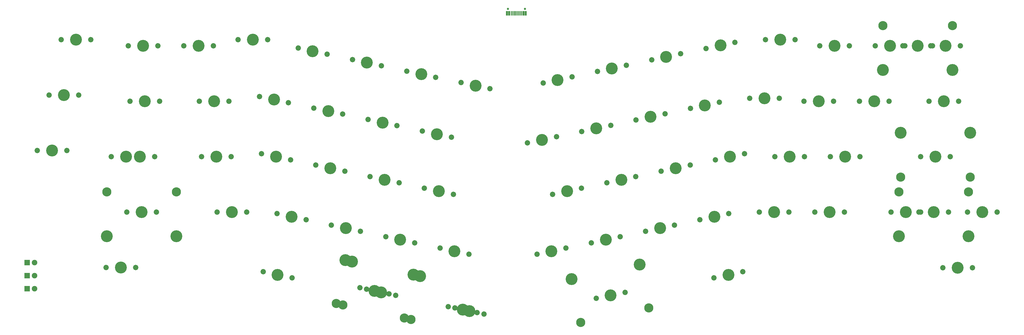
<source format=gbr>
G04 #@! TF.GenerationSoftware,KiCad,Pcbnew,(5.1.4)-1*
G04 #@! TF.CreationDate,2020-08-25T23:17:58+08:00*
G04 #@! TF.ProjectId,Cordillera,436f7264-696c-46c6-9572-612e6b696361,rev?*
G04 #@! TF.SameCoordinates,Original*
G04 #@! TF.FileFunction,Soldermask,Top*
G04 #@! TF.FilePolarity,Negative*
%FSLAX46Y46*%
G04 Gerber Fmt 4.6, Leading zero omitted, Abs format (unit mm)*
G04 Created by KiCad (PCBNEW (5.1.4)-1) date 2020-08-25 23:17:58*
%MOMM*%
%LPD*%
G04 APERTURE LIST*
%ADD10C,1.900000*%
%ADD11R,1.900000X1.900000*%
%ADD12C,1.850000*%
%ADD13C,4.087800*%
%ADD14C,3.148000*%
%ADD15R,0.700000X1.550000*%
%ADD16R,0.400000X1.550000*%
%ADD17C,0.750000*%
G04 APERTURE END LIST*
D10*
X-6010003Y-76620000D03*
D11*
X-8550003Y-76620000D03*
D12*
X215738990Y-4883809D03*
X205801010Y-6996191D03*
D13*
X210770000Y-5940000D03*
D12*
X60740000Y-21190000D03*
X50580000Y-21190000D03*
D13*
X55660000Y-21190000D03*
D12*
X311710000Y-2140000D03*
X301550000Y-2140000D03*
D13*
X306630000Y-2140000D03*
D12*
X94408990Y-5016191D03*
X84471010Y-2903809D03*
D13*
X89440000Y-3960000D03*
D10*
X-6010006Y-85620000D03*
D11*
X-8550006Y-85620000D03*
D10*
X-6010005Y-81120000D03*
D11*
X-8550005Y-81120000D03*
D12*
X311120000Y-21190000D03*
X300960000Y-21190000D03*
D13*
X306040000Y-21190000D03*
D12*
X315880000Y-78390000D03*
X305720000Y-78390000D03*
D13*
X310800000Y-78390000D03*
D12*
X237078990Y-79783809D03*
X227141010Y-81896191D03*
D13*
X232110000Y-80840000D03*
X126323437Y-81267441D03*
X102969185Y-76303342D03*
D14*
X123154863Y-96174411D03*
X99800611Y-91210311D03*
D12*
X117898990Y-87916191D03*
X107961010Y-85803809D03*
D13*
X112930000Y-86860000D03*
X124033437Y-80777441D03*
X100679185Y-75813342D03*
D14*
X120864863Y-95684411D03*
X97510611Y-90720311D03*
D12*
X115608990Y-87426191D03*
X105671010Y-85313809D03*
D13*
X110640000Y-86370000D03*
D12*
X145908990Y-93866191D03*
X135971010Y-91753809D03*
D13*
X140940000Y-92810000D03*
X201660815Y-77343342D03*
X178306563Y-82307441D03*
D14*
X204829389Y-92250311D03*
X181475137Y-97214411D03*
D12*
X196668990Y-86843809D03*
X186731010Y-88956191D03*
D13*
X191700000Y-87900000D03*
D12*
X82368990Y-81896191D03*
X72431010Y-79783809D03*
D13*
X77400000Y-80840000D03*
D12*
X298130000Y-59290000D03*
X287970000Y-59290000D03*
D13*
X293050000Y-59290000D03*
X314508000Y-67545000D03*
X290632000Y-67545000D03*
D14*
X314508000Y-52305000D03*
X290632000Y-52305000D03*
D12*
X307650000Y-59290000D03*
X297490000Y-59290000D03*
D13*
X302570000Y-59290000D03*
X315098000Y-31985000D03*
X291222000Y-31985000D03*
D14*
X315098000Y-47225000D03*
X291222000Y-47225000D03*
D12*
X308240000Y-40240000D03*
X298080000Y-40240000D03*
D13*
X303160000Y-40240000D03*
D12*
X30480000Y-40240000D03*
X20320000Y-40240000D03*
D13*
X25400000Y-40240000D03*
D12*
X28700000Y-78340000D03*
X18540000Y-78340000D03*
D13*
X23620000Y-78340000D03*
X309048000Y-10395000D03*
X285172000Y-10395000D03*
D14*
X309048000Y4845000D03*
X285172000Y4845000D03*
D12*
X302190000Y-2140000D03*
X292030000Y-2140000D03*
D13*
X297110000Y-2140000D03*
D12*
X148218990Y-94356191D03*
X138281010Y-92243809D03*
D13*
X143250000Y-93300000D03*
D12*
X35240000Y-40240000D03*
X25080000Y-40240000D03*
D13*
X30160000Y-40240000D03*
D12*
X36930000Y-21190000D03*
X26770000Y-21190000D03*
D13*
X31850000Y-21190000D03*
X42698000Y-67545000D03*
X18822000Y-67545000D03*
D14*
X42698000Y-52305000D03*
X18822000Y-52305000D03*
D12*
X35840000Y-59290000D03*
X25680000Y-59290000D03*
D13*
X30760000Y-59290000D03*
D15*
X156144998Y9085002D03*
X162594998Y9085002D03*
X156919998Y9085002D03*
X161819998Y9085002D03*
D16*
X161119998Y9085002D03*
X157619998Y9085002D03*
X160619998Y9085002D03*
X158119998Y9085002D03*
X160119998Y9085002D03*
X158619998Y9085002D03*
X159119998Y9085002D03*
X159619998Y9085002D03*
D17*
X156479998Y10530002D03*
X162259998Y10530002D03*
D12*
X324320000Y-59290000D03*
X314160000Y-59290000D03*
D13*
X319240000Y-59290000D03*
D12*
X287300000Y-21190000D03*
X277140000Y-21190000D03*
D13*
X282220000Y-21190000D03*
D12*
X292660000Y-2140000D03*
X282500000Y-2140000D03*
D13*
X287580000Y-2140000D03*
D12*
X271930000Y-59290000D03*
X261770000Y-59290000D03*
D13*
X266850000Y-59290000D03*
D12*
X277290000Y-40240000D03*
X267130000Y-40240000D03*
D13*
X272210000Y-40240000D03*
D12*
X268250000Y-21190000D03*
X258090000Y-21190000D03*
D13*
X263170000Y-21190000D03*
D12*
X273610000Y-2140000D03*
X263450000Y-2140000D03*
D13*
X268530000Y-2140000D03*
D12*
X252880000Y-59290000D03*
X242720000Y-59290000D03*
D13*
X247800000Y-59290000D03*
D12*
X258240000Y-40240000D03*
X248080000Y-40240000D03*
D13*
X253160000Y-40240000D03*
D12*
X249620000Y-20130000D03*
X239460000Y-20130000D03*
D13*
X244540000Y-20130000D03*
D12*
X254980000Y0D03*
X244820000Y0D03*
D13*
X249900000Y0D03*
D12*
X232268990Y-59793809D03*
X222331010Y-61906191D03*
D13*
X227300000Y-60850000D03*
D12*
X237628990Y-39183809D03*
X227691010Y-41296191D03*
D13*
X232660000Y-40240000D03*
D12*
X229008990Y-21533809D03*
X219071010Y-23646191D03*
D13*
X224040000Y-22590000D03*
D12*
X234368990Y-923809D03*
X224431010Y-3036191D03*
D13*
X229400000Y-1980000D03*
D12*
X213638990Y-63753809D03*
X203701010Y-65866191D03*
D13*
X208670000Y-64810000D03*
D12*
X218998990Y-43143809D03*
X209061010Y-45256191D03*
D13*
X214030000Y-44200000D03*
D12*
X210378990Y-25493809D03*
X200441010Y-27606191D03*
D13*
X205410000Y-26550000D03*
D12*
X194998990Y-67713809D03*
X185061010Y-69826191D03*
D13*
X190030000Y-68770000D03*
D12*
X200358990Y-47103809D03*
X190421010Y-49216191D03*
D13*
X195390000Y-48160000D03*
D12*
X191738990Y-29453809D03*
X181801010Y-31566191D03*
D13*
X186770000Y-30510000D03*
D12*
X197098990Y-8843809D03*
X187161010Y-10956191D03*
D13*
X192130000Y-9900000D03*
D12*
X176368990Y-71673809D03*
X166431010Y-73786191D03*
D13*
X171400000Y-72730000D03*
D12*
X181728990Y-51063809D03*
X171791010Y-53176191D03*
D13*
X176760000Y-52120000D03*
D12*
X173108990Y-33413809D03*
X163171010Y-35526191D03*
D13*
X168140000Y-34470000D03*
D12*
X178468990Y-12803809D03*
X168531010Y-14916191D03*
D13*
X173500000Y-13860000D03*
D12*
X150308990Y-16896191D03*
X140371010Y-14783809D03*
D13*
X145340000Y-15840000D03*
D12*
X143078990Y-73786191D03*
X133141010Y-71673809D03*
D13*
X138110000Y-72730000D03*
D12*
X137728990Y-53176191D03*
X127791010Y-51063809D03*
D13*
X132760000Y-52120000D03*
D12*
X137028990Y-33546191D03*
X127091010Y-31433809D03*
D13*
X132060000Y-32490000D03*
D12*
X131678990Y-12936191D03*
X121741010Y-10823809D03*
D13*
X126710000Y-11880000D03*
D12*
X124448990Y-69826191D03*
X114511010Y-67713809D03*
D13*
X119480000Y-68770000D03*
D12*
X119098990Y-49216191D03*
X109161010Y-47103809D03*
D13*
X114130000Y-48160000D03*
D12*
X118398990Y-29586191D03*
X108461010Y-27473809D03*
D13*
X113430000Y-28530000D03*
D12*
X113038990Y-8976191D03*
X103101010Y-6863809D03*
D13*
X108070000Y-7920000D03*
D12*
X105808990Y-65866191D03*
X95871010Y-63753809D03*
D13*
X100840000Y-64810000D03*
D12*
X100458990Y-45256191D03*
X90521010Y-43143809D03*
D13*
X95490000Y-44200000D03*
D12*
X99758990Y-25626191D03*
X89821010Y-23513809D03*
D13*
X94790000Y-24570000D03*
D12*
X87178990Y-61906191D03*
X77241010Y-59793809D03*
D13*
X82210000Y-60850000D03*
D12*
X81828990Y-41296191D03*
X71891010Y-39183809D03*
D13*
X76860000Y-40240000D03*
D12*
X81128990Y-21666191D03*
X71191010Y-19553809D03*
D13*
X76160000Y-20610000D03*
D12*
X74020000Y0D03*
X63860000Y0D03*
D13*
X68940000Y0D03*
D12*
X66790000Y-59290000D03*
X56630000Y-59290000D03*
D13*
X61710000Y-59290000D03*
D12*
X61440000Y-40240000D03*
X51280000Y-40240000D03*
D13*
X56360000Y-40240000D03*
D12*
X55380000Y-2140000D03*
X45220000Y-2140000D03*
D13*
X50300000Y-2140000D03*
D12*
X36330000Y-2140000D03*
X26170000Y-2140000D03*
D13*
X31250000Y-2140000D03*
D12*
X5080000Y-38100000D03*
X-5080000Y-38100000D03*
D13*
X0Y-38100000D03*
D12*
X9150000Y-19050000D03*
X-1010000Y-19050000D03*
D13*
X4070000Y-19050000D03*
D12*
X13310000Y0D03*
X3150000Y0D03*
D13*
X8230000Y0D03*
M02*

</source>
